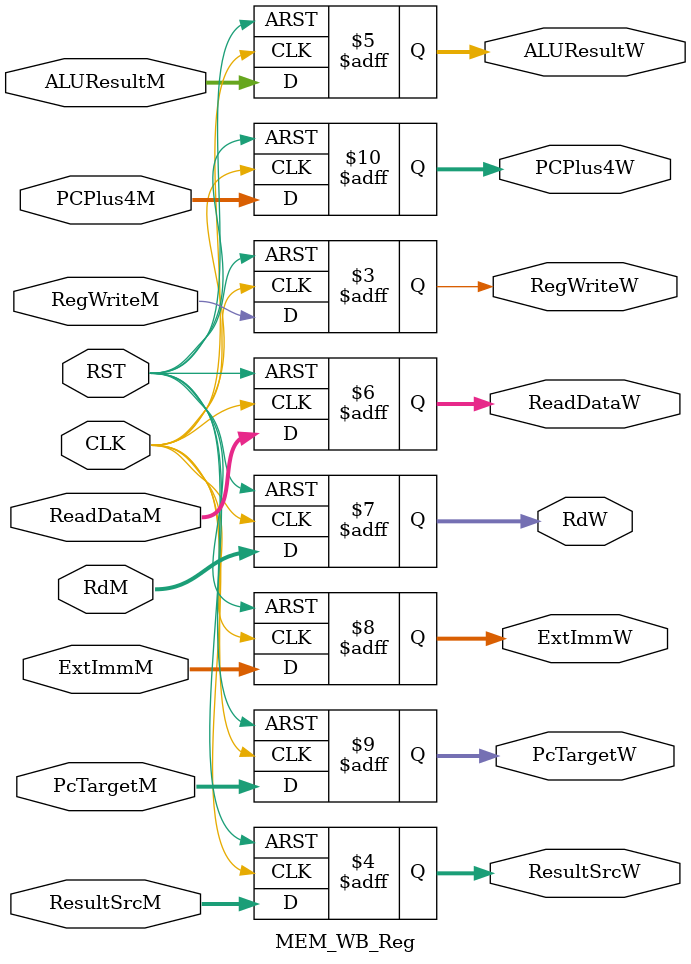
<source format=v>
module MEM_WB_Reg (
    //Control Unit - Memory
    input       wire                    RegWriteM,
    input       wire        [2:0]       ResultSrcM,

    input       wire        [31:0]      ALUResultM,
    input       wire        [31:0]      ReadDataM,
    input       wire        [4:0]       RdM,
    input       wire        [31:0]      ExtImmM,
    input       wire        [31:0]      PcTargetM,
    input       wire        [31:0]      PCPlus4M,

    input       wire                    CLK,
    input       wire                    RST,

    //Control Unit - WriteBack
    output      reg                     RegWriteW,
    output      reg         [2:0]       ResultSrcW,

    output      reg         [31:0]      ALUResultW,
    output      reg         [31:0]      ReadDataW,
    output      reg         [4:0]       RdW,
    output      reg         [31:0]      ExtImmW,
    output      reg         [31:0]      PcTargetW,
    output      reg         [31:0]      PCPlus4W
);
    

always @ (posedge CLK or negedge RST)
    begin
        if (!RST)
            begin
                RegWriteW   <=   0;
                ResultSrcW  <=   0;

                ALUResultW  <=   0;
                ReadDataW   <=   0;
                RdW         <=   0;
                ExtImmW     <=   0;
                PcTargetW   <=   0;
                PCPlus4W    <=   0;
            end
        else
            begin
                RegWriteW   <=   RegWriteM;
                ResultSrcW  <=   ResultSrcM;

                ALUResultW  <=   ALUResultM;
                ReadDataW   <=   ReadDataM;
                RdW         <=   RdM;
                ExtImmW     <=   ExtImmM;
                PcTargetW   <=   PcTargetM;
                PCPlus4W    <=   PCPlus4M;
            end
    end


endmodule


</source>
